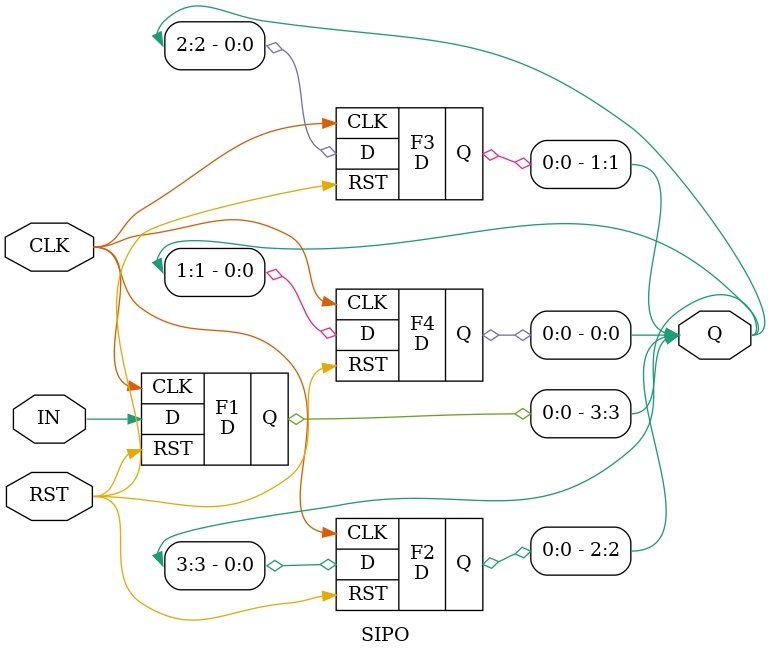
<source format=v>
`timescale 1ns / 1ps

module D(D,CLK,RST,Q);
input D,CLK,RST;
output reg Q;
always@(posedge CLK or posedge RST)
begin
if(RST==1)
Q<=0;

else 
Q<=D;
end
endmodule



module SIPO(Q,IN,CLK,RST);
input IN,CLK,RST;
output [3:0]Q;

D  F1(IN,CLK,RST,Q[3]);
D  F2(Q[3],CLK,RST,Q[2]);
D  F3(Q[2],CLK,RST,Q[1]);
D  F4(Q[1],CLK,RST,Q[0]);

endmodule

</source>
